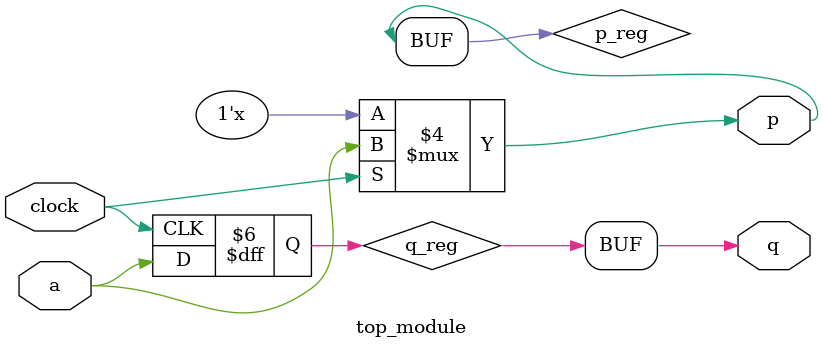
<source format=v>
module top_module (
    input clock,
    input a,
    output p,
    output q );

    //From the output waveform we know that the values latches
    //Thus we need to set reg version of the outputs
    reg p_reg, q_reg;

    //everytime 'clock=1' we assign intput 'a' to reg output 'q'
    //even when 'clock=0' the 'q_reg' will store the value
    always @(*) begin
        if(clock) p_reg = a;
    end

    //we can derive that everytime 'clock' drop from 1 to 0 it will change
    //thus we use negedge clock, which refer to 1 to 0
    always @(negedge clock) begin
        q_reg = a;
    end

    assign p = p_reg;
    assign q = q_reg;

endmodule

</source>
